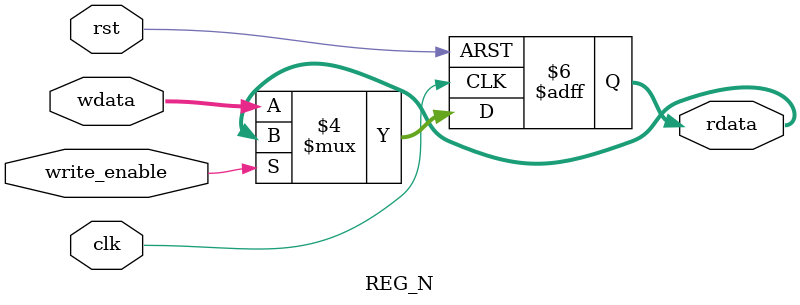
<source format=v>
module REG_N ( clk, rst, wdata, write_enable, rdata );
parameter reg_size = 32;
input clk, rst, write_enable;
input [reg_size - 1:0] wdata;
output reg [reg_size - 1:0] rdata;

always@( posedge clk, negedge rst )

     if( !rst )
          rdata <= 4'h0000;
     else if( !write_enable )
          rdata <= wdata;

endmodule


</source>
